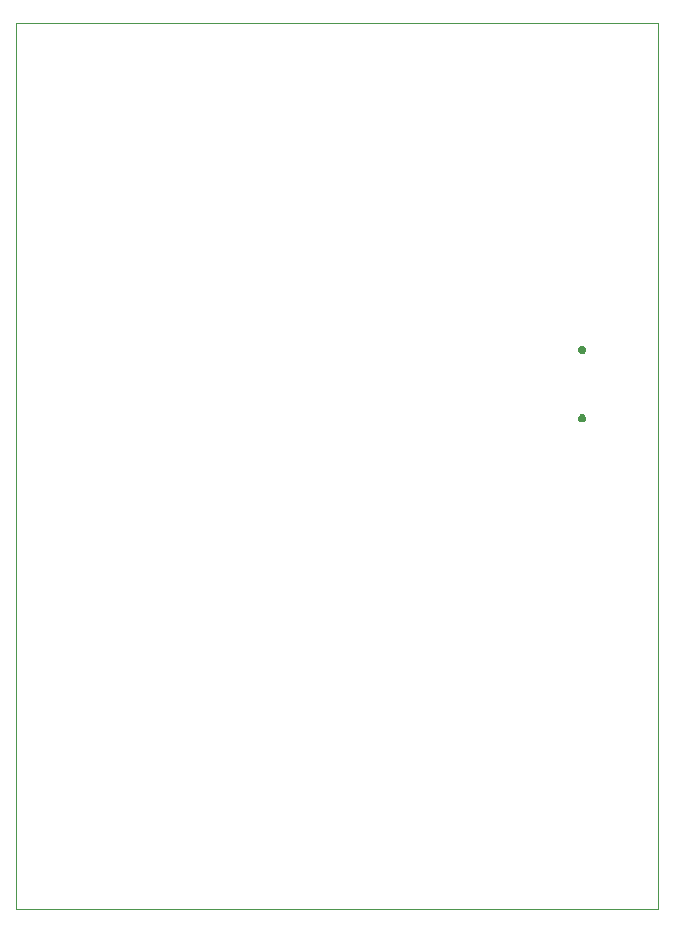
<source format=gbr>
%TF.GenerationSoftware,KiCad,Pcbnew,9.0.1*%
%TF.CreationDate,2025-08-01T22:35:38-04:00*%
%TF.ProjectId,hardwareddc-aux-breakout,68617264-7761-4726-9564-64632d617578,rev?*%
%TF.SameCoordinates,Original*%
%TF.FileFunction,Profile,NP*%
%FSLAX46Y46*%
G04 Gerber Fmt 4.6, Leading zero omitted, Abs format (unit mm)*
G04 Created by KiCad (PCBNEW 9.0.1) date 2025-08-01 22:35:38*
%MOMM*%
%LPD*%
G01*
G04 APERTURE LIST*
%TA.AperFunction,Profile*%
%ADD10C,0.050000*%
%TD*%
%TA.AperFunction,Profile*%
%ADD11C,0.000000*%
%TD*%
G04 APERTURE END LIST*
D10*
X100000000Y-50000000D02*
X154300000Y-50000000D01*
X154300000Y-125000000D01*
X100000000Y-125000000D01*
X100000000Y-50000000D01*
D11*
%TA.AperFunction,Profile*%
%TO.C,J2*%
G36*
X148028939Y-77385309D02*
G01*
X148108067Y-77430993D01*
X148172674Y-77495600D01*
X148218358Y-77574728D01*
X148242006Y-77662983D01*
X148242006Y-77754351D01*
X148218358Y-77842606D01*
X148172674Y-77921734D01*
X148108067Y-77986341D01*
X148028939Y-78032025D01*
X147940684Y-78055673D01*
X147849316Y-78055673D01*
X147761061Y-78032025D01*
X147681933Y-77986341D01*
X147617326Y-77921734D01*
X147571642Y-77842606D01*
X147547994Y-77754351D01*
X147547994Y-77662983D01*
X147571642Y-77574728D01*
X147617326Y-77495600D01*
X147681933Y-77430993D01*
X147761061Y-77385309D01*
X147849316Y-77361661D01*
X147940684Y-77361661D01*
X148028939Y-77385309D01*
G37*
%TD.AperFunction*%
%TA.AperFunction,Profile*%
G36*
X148028939Y-83165309D02*
G01*
X148108067Y-83210993D01*
X148172674Y-83275600D01*
X148218358Y-83354728D01*
X148242006Y-83442983D01*
X148242006Y-83534351D01*
X148218358Y-83622606D01*
X148172674Y-83701734D01*
X148108067Y-83766341D01*
X148028939Y-83812025D01*
X147940684Y-83835673D01*
X147849316Y-83835673D01*
X147761061Y-83812025D01*
X147681933Y-83766341D01*
X147617326Y-83701734D01*
X147571642Y-83622606D01*
X147547994Y-83534351D01*
X147547994Y-83442983D01*
X147571642Y-83354728D01*
X147617326Y-83275600D01*
X147681933Y-83210993D01*
X147761061Y-83165309D01*
X147849316Y-83141661D01*
X147940684Y-83141661D01*
X148028939Y-83165309D01*
G37*
%TD.AperFunction*%
%TD*%
M02*

</source>
